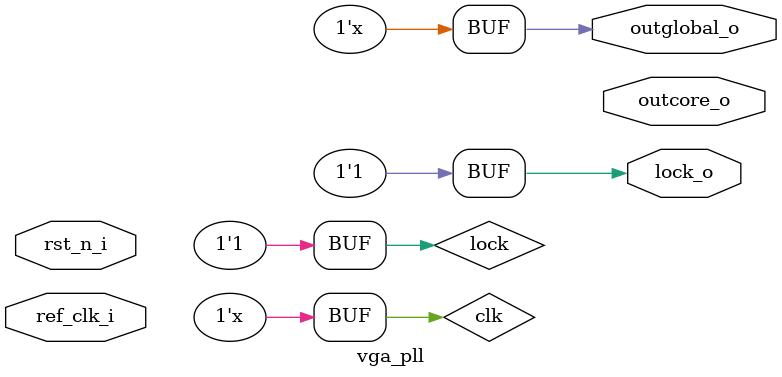
<source format=v>
module vga_pll(
    input  wire ref_clk_i,      // 48MHz
    input  wire rst_n_i,

    output wire outcore_o,
    output wire outglobal_o,   // 25MHz

    output wire lock_o);

    // Generate 25MHz clk
    reg clk = 0;
    always #20 clk = !clk;
    assign outglobal_o = clk;

    reg lock = 0;
    always #100 lock = 1;
    assign lock_o = lock;

endmodule

</source>
